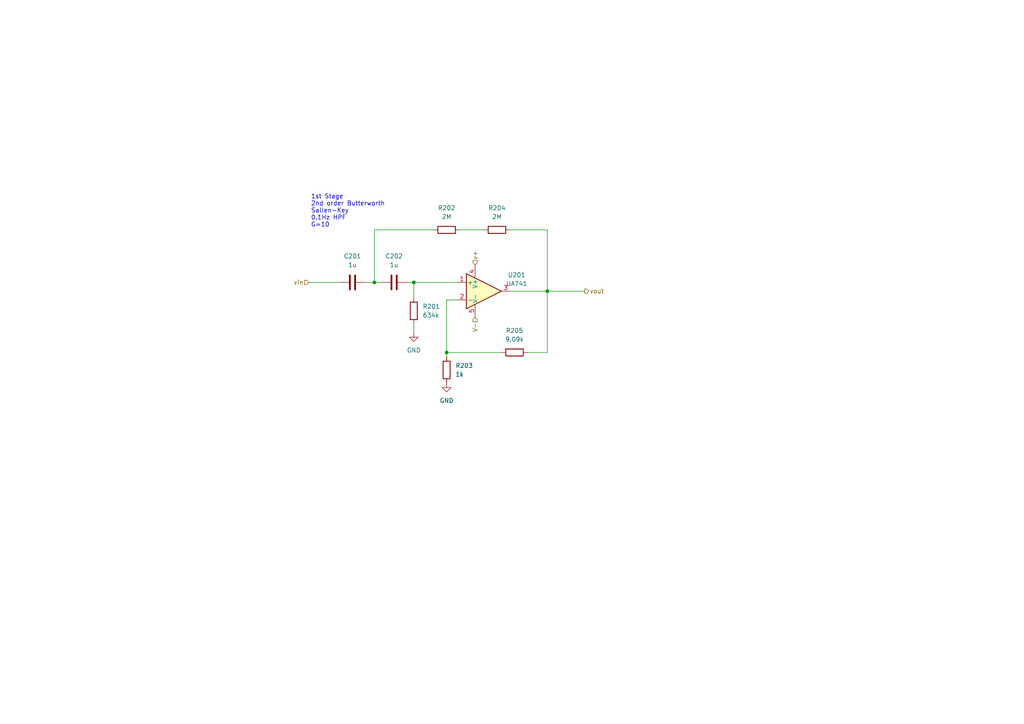
<source format=kicad_sch>
(kicad_sch (version 20211123) (generator eeschema)
  (paper "A4")
  (lib_symbols
    (symbol "Device:C" (pin_numbers hide) (pin_names (offset 0.254))
      (property "Reference" "C" (at 0.635 2.54 0))
      (property "Value" "C" (at 0.635 -2.54 0))
      (symbol "C_0_1"
        (polyline (pts (xy -2.032 -0.762) (xy 2.032 -0.762)) (stroke (width 0.508)))
        (polyline (pts (xy -2.032 0.762) (xy 2.032 0.762)) (stroke (width 0.508)))
      )
      (symbol "C_1_1"
        (pin passive line (at 0 3.81 270) (length 2.794) (name "~") (number "1"))
        (pin passive line (at 0 -3.81 90) (length 2.794) (name "~") (number "2"))
      )
    )
    (symbol "Device:R" (pin_numbers hide) (pin_names (offset 0))
      (property "Reference" "R" (at 2.032 0 90))
      (property "Value" "R" (at 0 0 90))
      (symbol "R_0_1"
        (rectangle (start -1.016 -2.54) (end 1.016 2.54) (stroke (width 0.254)))
      )
      (symbol "R_1_1"
        (pin passive line (at 0 3.81 270) (length 1.27) (name "~") (number "1"))
        (pin passive line (at 0 -3.81 90) (length 1.27) (name "~") (number "2"))
      )
    )
    (symbol "Simulation_SPICE:OPAMP" (pin_names (offset 0.254))
      (property "Reference" "U" (at 3.81 3.175 0))
      (property "Value" "OPAMP" (at 3.81 -3.175 0))
      (symbol "OPAMP_0_1"
        (polyline (pts (xy 5.08 0) (xy -5.08 5.08) (xy -5.08 -5.08) (xy 5.08 0)) (stroke (width 0.254)) (fill (type background)))
      )
      (symbol "OPAMP_1_1"
        (pin input line (at -7.62 2.54 0) (length 2.54) (name "+") (number "1"))
        (pin input line (at -7.62 -2.54 0) (length 2.54) (name "-") (number "2"))
        (pin output line (at 7.62 0 180) (length 2.54) (name "~") (number "3"))
        (pin power_in line (at -2.54 7.62 270) (length 3.81) (name "V+") (number "4"))
        (pin power_in line (at -2.54 -7.62 90) (length 3.81) (name "V-") (number "5"))
      )
    )
    (symbol "power:GND" (power) (pin_names (offset 0))
      (property "Value" "GND" (at 0 -3.81 0))
      (symbol "GND_0_1"
        (polyline (pts (xy 0 0) (xy 0 -1.27) (xy 1.27 -1.27) (xy 0 -2.54) (xy -1.27 -1.27) (xy 0 -1.27)))
      )
      (symbol "GND_1_1"
        (pin power_in line (at 0 0 270) (length 0) hide (name "GND") (number "1"))
      )
    )
  )
  (junction (at 108.585 81.915))
  (junction (at 158.75 84.455))
  (junction (at 129.54 102.235))
  (junction (at 120.015 81.915))
  (wire (pts (xy 133.35 66.675) (xy 140.335 66.675)))
  (wire (pts (xy 118.11 81.915) (xy 120.015 81.915)))
  (wire (pts (xy 129.54 86.995) (xy 129.54 102.235)))
  (wire (pts (xy 108.585 66.675) (xy 108.585 81.915)))
  (wire (pts (xy 89.535 81.915) (xy 98.425 81.915)))
  (wire (pts (xy 129.54 102.235) (xy 129.54 103.505)))
  (wire (pts (xy 158.75 102.235) (xy 158.75 84.455)))
  (wire (pts (xy 125.73 66.675) (xy 108.585 66.675)))
  (wire (pts (xy 158.75 84.455) (xy 169.545 84.455)))
  (wire (pts (xy 153.035 102.235) (xy 158.75 102.235)))
  (wire (pts (xy 147.955 66.675) (xy 158.75 66.675)))
  (wire (pts (xy 120.015 93.98) (xy 120.015 96.52)))
  (wire (pts (xy 106.045 81.915) (xy 108.585 81.915)))
  (wire (pts (xy 120.015 81.915) (xy 120.015 86.36)))
  (wire (pts (xy 120.015 81.915) (xy 132.715 81.915)))
  (wire (pts (xy 132.715 86.995) (xy 129.54 86.995)))
  (wire (pts (xy 129.54 102.235) (xy 145.415 102.235)))
  (wire (pts (xy 158.75 66.675) (xy 158.75 84.455)))
  (wire (pts (xy 108.585 81.915) (xy 110.49 81.915)))
  (wire (pts (xy 158.75 84.455) (xy 147.955 84.455)))
  (text "1st Stage\n2nd order Butterworth\nSallen-Key\n0.1Hz HPF\nG=10" (at 90.17 66.04 0) (effects (font (size 1.27 1.27)) (justify left bottom)))
  (hierarchical_label "v+" (shape input) (at 137.795 76.835 90))
  (hierarchical_label "vin" (shape input) (at 89.535 81.915 180))
  (hierarchical_label "V-" (shape input) (at 137.795 92.075 270))
  (hierarchical_label "vout" (shape output) (at 169.545 84.455 0))
  (symbol (lib_id "Device:R") (at 149.225 102.235 90) (unit 1)
    (property "Reference" "R205" (at 149.225 95.885 90))
    (property "Value" "9.09k" (at 149.225 98.425 90))
  )
  (symbol (lib_id "Device:C") (at 114.3 81.915 90) (unit 1)
    (property "Reference" "C202" (at 114.3 74.295 90))
    (property "Value" "1u" (at 114.3 76.835 90))
  )
  (symbol (lib_id "Device:R") (at 120.015 90.17 0) (unit 1)
    (property "Reference" "R201" (at 122.555 88.8999 0) (effects (justify left)))
    (property "Value" "634k" (at 122.555 91.4399 0) (effects (justify left)))
  )
  (symbol (lib_id "Device:R") (at 129.54 107.315 0) (unit 1)
    (property "Reference" "R203" (at 132.08 106.0449 0) (effects (justify left)))
    (property "Value" "1k" (at 132.08 108.5849 0) (effects (justify left)))
  )
  (symbol (lib_id "power:GND") (at 120.015 96.52 0) (unit 1)
    (property "Reference" "#PWR0201" (effects hide))
    (property "Value" "GND" (at 120.015 101.6 0))
  )
  (symbol (lib_id "Simulation_SPICE:OPAMP") (at 140.335 84.455 0) (unit 1)
    (property "Reference" "U201" (at 149.86 79.756 0))
    (property "Value" "UA741" (at 149.86 82.296 0))
    (property "Spice_Netlist_Enabled" "Y" (effects hide))
    (property "Spice_Primitive" "X" (effects hide))
    (property "Spice_Model" "UA741" (effects hide))
    (property "Spice_Lib_File" "UA741.301" (effects hide))
    (property "Spice_Node_Sequence" "1 2 4 5 3" (effects hide))
  )
  (symbol (lib_id "Device:R") (at 144.145 66.675 90) (unit 1)
    (property "Reference" "R204" (at 144.145 60.325 90))
    (property "Value" "2M" (at 144.145 62.865 90))
    (property "Spice_Primitive" "R" (effects hide))
    (property "Spice_Model" "2Meg" (effects hide))
    (property "Spice_Netlist_Enabled" "Y" (effects hide))
  )
  (symbol (lib_id "Device:R") (at 129.54 66.675 90) (unit 1)
    (property "Reference" "R202" (at 129.54 60.325 90))
    (property "Value" "2M" (at 129.54 62.865 90))
    (property "Spice_Primitive" "R" (effects hide))
    (property "Spice_Model" "2Meg" (effects hide))
    (property "Spice_Netlist_Enabled" "Y" (effects hide))
  )
  (symbol (lib_id "Device:C") (at 102.235 81.915 90) (unit 1)
    (property "Reference" "C201" (at 102.235 74.295 90))
    (property "Value" "1u" (at 102.235 76.835 90))
  )
  (symbol (lib_id "power:GND") (at 129.54 111.125 0) (unit 1)
    (property "Reference" "#PWR0202" (effects hide))
    (property "Value" "~" (at 129.54 116.205 0))
  )
)
</source>
